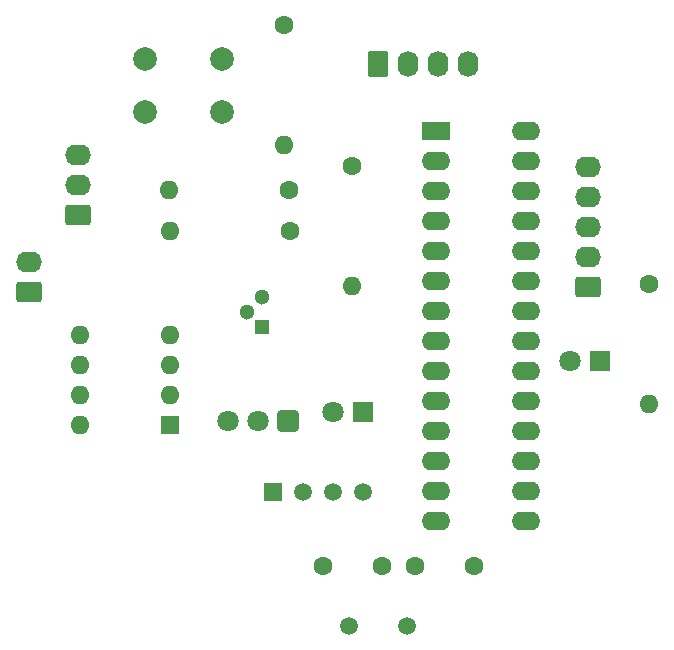
<source format=gbr>
%TF.GenerationSoftware,KiCad,Pcbnew,(6.0.7-1)-1*%
%TF.CreationDate,2022-10-17T13:14:11+05:30*%
%TF.ProjectId,Ac Temp Control ,41632054-656d-4702-9043-6f6e74726f6c,rev?*%
%TF.SameCoordinates,Original*%
%TF.FileFunction,Soldermask,Top*%
%TF.FilePolarity,Negative*%
%FSLAX46Y46*%
G04 Gerber Fmt 4.6, Leading zero omitted, Abs format (unit mm)*
G04 Created by KiCad (PCBNEW (6.0.7-1)-1) date 2022-10-17 13:14:11*
%MOMM*%
%LPD*%
G01*
G04 APERTURE LIST*
G04 Aperture macros list*
%AMRoundRect*
0 Rectangle with rounded corners*
0 $1 Rounding radius*
0 $2 $3 $4 $5 $6 $7 $8 $9 X,Y pos of 4 corners*
0 Add a 4 corners polygon primitive as box body*
4,1,4,$2,$3,$4,$5,$6,$7,$8,$9,$2,$3,0*
0 Add four circle primitives for the rounded corners*
1,1,$1+$1,$2,$3*
1,1,$1+$1,$4,$5*
1,1,$1+$1,$6,$7*
1,1,$1+$1,$8,$9*
0 Add four rect primitives between the rounded corners*
20,1,$1+$1,$2,$3,$4,$5,0*
20,1,$1+$1,$4,$5,$6,$7,0*
20,1,$1+$1,$6,$7,$8,$9,0*
20,1,$1+$1,$8,$9,$2,$3,0*%
G04 Aperture macros list end*
%ADD10R,2.400000X1.600000*%
%ADD11O,2.400000X1.600000*%
%ADD12C,1.500000*%
%ADD13C,1.600000*%
%ADD14O,1.600000X1.600000*%
%ADD15RoundRect,0.250000X0.845000X-0.620000X0.845000X0.620000X-0.845000X0.620000X-0.845000X-0.620000X0*%
%ADD16O,2.190000X1.740000*%
%ADD17C,2.000000*%
%ADD18R,1.600000X1.600000*%
%ADD19RoundRect,0.250000X-0.620000X-0.845000X0.620000X-0.845000X0.620000X0.845000X-0.620000X0.845000X0*%
%ADD20O,1.740000X2.190000*%
%ADD21R,1.800000X1.800000*%
%ADD22C,1.800000*%
%ADD23RoundRect,0.250200X0.649800X0.649800X-0.649800X0.649800X-0.649800X-0.649800X0.649800X-0.649800X0*%
%ADD24R,1.300000X1.300000*%
%ADD25C,1.300000*%
%ADD26R,1.500000X1.500000*%
G04 APERTURE END LIST*
D10*
%TO.C,U1*%
X153781802Y-87906802D03*
D11*
X153781802Y-90446802D03*
X153781802Y-92986802D03*
X153781802Y-95526802D03*
X153781802Y-98066802D03*
X153781802Y-100606802D03*
X153781802Y-103146802D03*
X153781802Y-105686802D03*
X153781802Y-108226802D03*
X153781802Y-110766802D03*
X153781802Y-113306802D03*
X153781802Y-115846802D03*
X153781802Y-118386802D03*
X153781802Y-120926802D03*
X161401802Y-120926802D03*
X161401802Y-118386802D03*
X161401802Y-115846802D03*
X161401802Y-113306802D03*
X161401802Y-110766802D03*
X161401802Y-108226802D03*
X161401802Y-105686802D03*
X161401802Y-103146802D03*
X161401802Y-100606802D03*
X161401802Y-98066802D03*
X161401802Y-95526802D03*
X161401802Y-92986802D03*
X161401802Y-90446802D03*
X161401802Y-87906802D03*
%TD*%
D12*
%TO.C,Y1*%
X146381802Y-129781802D03*
X151281802Y-129781802D03*
%TD*%
D13*
%TO.C,R3*%
X140881802Y-78901802D03*
D14*
X140881802Y-89061802D03*
%TD*%
D15*
%TO.C,VR1*%
X123401802Y-94971802D03*
D16*
X123401802Y-92431802D03*
X123401802Y-89891802D03*
%TD*%
D17*
%TO.C,SW1*%
X129081802Y-81781802D03*
X135581802Y-81781802D03*
X129081802Y-86281802D03*
X135581802Y-86281802D03*
%TD*%
D13*
%TO.C,R1*%
X146631802Y-90901802D03*
D14*
X146631802Y-101061802D03*
%TD*%
D18*
%TO.C,U4*%
X131231802Y-112781802D03*
D14*
X131231802Y-110241802D03*
X131231802Y-107701802D03*
X131231802Y-105161802D03*
X123611802Y-105161802D03*
X123611802Y-107701802D03*
X123611802Y-110241802D03*
X123611802Y-112781802D03*
%TD*%
D15*
%TO.C,J1*%
X119281802Y-101531802D03*
D16*
X119281802Y-98991802D03*
%TD*%
D19*
%TO.C,DISPLAY1*%
X148871802Y-82201802D03*
D20*
X151411802Y-82201802D03*
X153951802Y-82201802D03*
X156491802Y-82201802D03*
%TD*%
D13*
%TO.C,C1*%
X144131802Y-124731802D03*
X149131802Y-124731802D03*
%TD*%
D21*
%TO.C,D1*%
X167631802Y-107381802D03*
D22*
X165091802Y-107381802D03*
%TD*%
D13*
%TO.C,C2*%
X156931802Y-124731802D03*
X151931802Y-124731802D03*
%TD*%
D15*
%TO.C,J2*%
X166651802Y-101111802D03*
D16*
X166651802Y-98571802D03*
X166651802Y-96031802D03*
X166651802Y-93491802D03*
X166651802Y-90951802D03*
%TD*%
D13*
%TO.C,R5*%
X141381802Y-96331802D03*
D14*
X131221802Y-96331802D03*
%TD*%
D21*
%TO.C,D2*%
X147531802Y-111731802D03*
D22*
X144991802Y-111731802D03*
%TD*%
D13*
%TO.C,R2*%
X171781802Y-100881802D03*
D14*
X171781802Y-111041802D03*
%TD*%
D23*
%TO.C,U3*%
X141181802Y-112481802D03*
D22*
X138641802Y-112481802D03*
X136101802Y-112481802D03*
%TD*%
D24*
%TO.C,Q1*%
X138981802Y-104521802D03*
D25*
X137711802Y-103251802D03*
X138981802Y-101981802D03*
%TD*%
D13*
%TO.C,R4*%
X141281802Y-92931802D03*
D14*
X131121802Y-92931802D03*
%TD*%
D26*
%TO.C,U2*%
X139969302Y-118484302D03*
D12*
X142509302Y-118484302D03*
X145049302Y-118484302D03*
X147589302Y-118484302D03*
%TD*%
M02*

</source>
